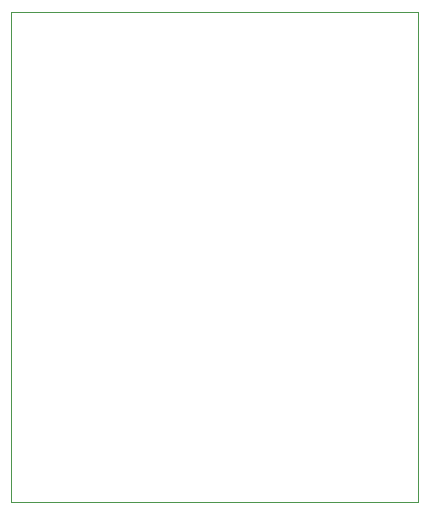
<source format=gbr>
%TF.GenerationSoftware,KiCad,Pcbnew,8.0.0*%
%TF.CreationDate,2024-03-24T23:23:49+02:00*%
%TF.ProjectId,Powersubsytem_GWNFRA001,506f7765-7273-4756-9273-7974656d5f47,rev?*%
%TF.SameCoordinates,Original*%
%TF.FileFunction,Profile,NP*%
%FSLAX46Y46*%
G04 Gerber Fmt 4.6, Leading zero omitted, Abs format (unit mm)*
G04 Created by KiCad (PCBNEW 8.0.0) date 2024-03-24 23:23:49*
%MOMM*%
%LPD*%
G01*
G04 APERTURE LIST*
%TA.AperFunction,Profile*%
%ADD10C,0.050000*%
%TD*%
G04 APERTURE END LIST*
D10*
X125000000Y-23000000D02*
X159500000Y-23000000D01*
X159500000Y-64500000D01*
X125000000Y-64500000D01*
X125000000Y-23000000D01*
M02*

</source>
